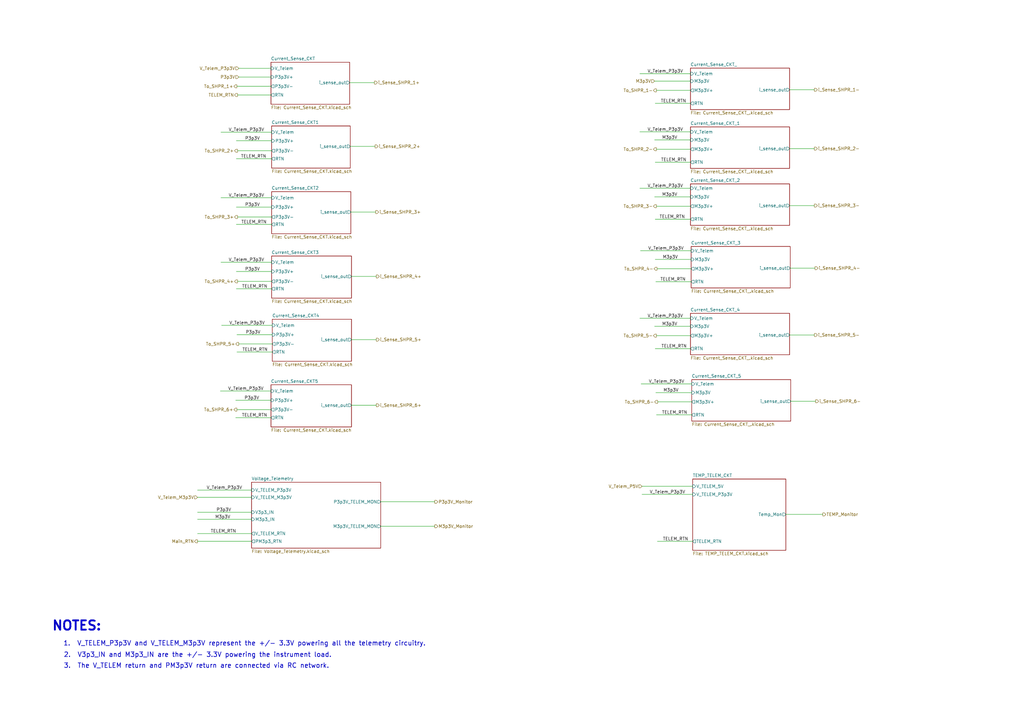
<source format=kicad_sch>
(kicad_sch
	(version 20250114)
	(generator "eeschema")
	(generator_version "9.0")
	(uuid "bac16a13-7de6-4cc8-9047-d117c2ba409a")
	(paper "A3")
	(lib_symbols)
	(text "3.  The V_TELEM return and PM3p3V return are connected via RC network."
		(exclude_from_sim no)
		(at 80.5783 273.1332 0)
		(effects
			(font
				(size 1.905 1.905)
				(thickness 0.254)
				(bold yes)
			)
		)
		(uuid "17f99e28-9a68-41d3-853a-978ddc4d16de")
	)
	(text "1.  V_TELEM_P3p3V and V_TELEM_M3p3V represent the +/- 3.3V powering all the telemetry circuitry."
		(exclude_from_sim no)
		(at 100.3061 263.9812 0)
		(effects
			(font
				(size 1.905 1.905)
				(thickness 0.254)
				(bold yes)
			)
		)
		(uuid "3225ddff-ffc2-46c5-a614-a5eac7ca3d97")
	)
	(text "NOTES:"
		(exclude_from_sim no)
		(at 31.4877 256.7739 0)
		(effects
			(font
				(size 3.81 3.81)
				(thickness 0.762)
				(bold yes)
			)
		)
		(uuid "663068c6-3c06-40b3-9da0-6f7167599ee6")
	)
	(text "2.  V3p3_IN and M3p3_IN are the +/- 3.3V powering the instrument load."
		(exclude_from_sim no)
		(at 81.0868 268.6589 0)
		(effects
			(font
				(size 1.905 1.905)
				(thickness 0.254)
				(bold yes)
			)
		)
		(uuid "f8865c00-2537-45ec-a01e-76e3a6ea5e61")
	)
	(wire
		(pts
			(xy 97.1732 167.9963) (xy 111.1432 167.9963)
		)
		(stroke
			(width 0)
			(type default)
		)
		(uuid "00542e7c-04c4-4d33-9968-d2fd7303f7a2")
	)
	(wire
		(pts
			(xy 268.7234 89.9043) (xy 283.2014 89.9043)
		)
		(stroke
			(width 0)
			(type default)
		)
		(uuid "06187cda-78b7-4d8e-aad8-28b230c6104b")
	)
	(wire
		(pts
			(xy 269.2314 137.6563) (xy 283.2014 137.6563)
		)
		(stroke
			(width 0)
			(type default)
		)
		(uuid "06d569ec-0c18-43d9-baa3-4adf56f94faf")
	)
	(wire
		(pts
			(xy 269.6101 222.0406) (xy 284.0881 222.0406)
		)
		(stroke
			(width 0)
			(type default)
		)
		(uuid "081bac28-9306-4245-bfa7-dd2e806ceaa2")
	)
	(wire
		(pts
			(xy 178.3246 205.8222) (xy 156.154 205.8222)
		)
		(stroke
			(width 0)
			(type default)
		)
		(uuid "0a554c2a-acc5-465b-bfb6-081e1324fca3")
	)
	(wire
		(pts
			(xy 262.6775 102.8583) (xy 283.4554 102.8583)
		)
		(stroke
			(width 0)
			(type default)
		)
		(uuid "0a61687c-5b53-4571-bee2-bdc9bedaddff")
	)
	(wire
		(pts
			(xy 103.1732 222.0248) (xy 81.0026 222.0248)
		)
		(stroke
			(width 0)
			(type default)
		)
		(uuid "0ecfca6d-bbb4-47dd-94ea-94d986318a28")
	)
	(wire
		(pts
			(xy 90.6193 107.5443) (xy 111.3972 107.5443)
		)
		(stroke
			(width 0)
			(type default)
		)
		(uuid "190cfbcd-837a-4049-900e-4ddab6f27b9b")
	)
	(wire
		(pts
			(xy 324.3494 164.5803) (xy 334.5094 164.5803)
		)
		(stroke
			(width 0)
			(type default)
		)
		(uuid "1f8d3ea6-41c9-4ac5-a856-40dd65195a0c")
	)
	(wire
		(pts
			(xy 111.6512 137.2623) (xy 97.1732 137.2623)
		)
		(stroke
			(width 0)
			(type default)
		)
		(uuid "233845f7-8c33-4fbf-a5f1-78cfc1e59551")
	)
	(wire
		(pts
			(xy 262.4235 77.2043) (xy 283.2014 77.2043)
		)
		(stroke
			(width 0)
			(type default)
		)
		(uuid "3096b2c4-92aa-4698-b2af-4ba2fb84734e")
	)
	(wire
		(pts
			(xy 111.3972 57.7603) (xy 96.9192 57.7603)
		)
		(stroke
			(width 0)
			(type default)
		)
		(uuid "33b040e7-25ef-4f77-a007-0d819f823cd9")
	)
	(wire
		(pts
			(xy 90.6193 54.2043) (xy 111.3972 54.2043)
		)
		(stroke
			(width 0)
			(type default)
		)
		(uuid "352c1d2f-5277-4cb5-8f7f-ff1c901de1ca")
	)
	(wire
		(pts
			(xy 143.6552 60.0463) (xy 153.8152 60.0463)
		)
		(stroke
			(width 0)
			(type default)
		)
		(uuid "3babcb96-bd92-4cc5-aca8-bc7b9e4dc099")
	)
	(wire
		(pts
			(xy 262.4235 54.0903) (xy 283.2014 54.0903)
		)
		(stroke
			(width 0)
			(type default)
		)
		(uuid "40a6c2a2-28df-4429-a9bf-e9624c6a37f2")
	)
	(wire
		(pts
			(xy 97.1732 35.4083) (xy 111.1432 35.4083)
		)
		(stroke
			(width 0)
			(type default)
		)
		(uuid "430b15a7-dc5b-45d3-87a4-3efc55c4710d")
	)
	(wire
		(pts
			(xy 268.7234 66.5363) (xy 283.2014 66.5363)
		)
		(stroke
			(width 0)
			(type default)
		)
		(uuid "43d4db35-d826-465f-8d22-31b7dea3b439")
	)
	(wire
		(pts
			(xy 268.7234 106.4143) (xy 283.4554 106.4143)
		)
		(stroke
			(width 0)
			(type default)
		)
		(uuid "4761354f-e373-460d-9d0e-a238439d5450")
	)
	(wire
		(pts
			(xy 111.3972 84.9383) (xy 96.9192 84.9383)
		)
		(stroke
			(width 0)
			(type default)
		)
		(uuid "492a9840-cd38-48c0-977f-e059de7ec675")
	)
	(wire
		(pts
			(xy 111.1432 164.1863) (xy 96.6652 164.1863)
		)
		(stroke
			(width 0)
			(type default)
		)
		(uuid "50d9ce7b-39bf-41b0-8d6c-0668ba68ee20")
	)
	(wire
		(pts
			(xy 269.4854 110.2243) (xy 283.4554 110.2243)
		)
		(stroke
			(width 0)
			(type default)
		)
		(uuid "531b1eab-df30-407c-bf43-2eb490708148")
	)
	(wire
		(pts
			(xy 103.1732 201.0089) (xy 81.0026 201.0089)
		)
		(stroke
			(width 0)
			(type default)
		)
		(uuid "5e3077fa-3c9d-4fa2-a8ea-4316d0eccc0d")
	)
	(wire
		(pts
			(xy 103.1732 218.8385) (xy 81.0026 218.8385)
		)
		(stroke
			(width 0)
			(type default)
		)
		(uuid "5e847e4c-5a10-4b0d-9735-16aafc1cbf34")
	)
	(wire
		(pts
			(xy 111.1432 31.5983) (xy 97.9352 31.5983)
		)
		(stroke
			(width 0)
			(type default)
		)
		(uuid "639c30cc-f4be-466c-93b1-0ea960477648")
	)
	(wire
		(pts
			(xy 322.326 210.9903) (xy 337.4775 210.9903)
		)
		(stroke
			(width 0)
			(type default)
		)
		(uuid "68dff28d-0f88-41f0-a1eb-638c890b50dc")
	)
	(wire
		(pts
			(xy 268.9774 115.5583) (xy 283.4554 115.5583)
		)
		(stroke
			(width 0)
			(type default)
		)
		(uuid "6b452e4e-4b8c-4a95-81d6-8ce08fbd221b")
	)
	(wire
		(pts
			(xy 96.9192 65.1263) (xy 111.3972 65.1263)
		)
		(stroke
			(width 0)
			(type default)
		)
		(uuid "6ef255f4-9378-4b80-bf0a-d5fa55beed5d")
	)
	(wire
		(pts
			(xy 111.3972 111.3543) (xy 96.9192 111.3543)
		)
		(stroke
			(width 0)
			(type default)
		)
		(uuid "6fa0d1ec-0743-4b71-963d-5d299eb25f06")
	)
	(wire
		(pts
			(xy 323.8414 84.3163) (xy 334.0014 84.3163)
		)
		(stroke
			(width 0)
			(type default)
		)
		(uuid "723c8d21-c3f3-4245-92c8-5fcbae57266c")
	)
	(wire
		(pts
			(xy 97.4272 89.0023) (xy 111.3972 89.0023)
		)
		(stroke
			(width 0)
			(type default)
		)
		(uuid "72f53278-e199-4768-b315-4641ac404e2b")
	)
	(wire
		(pts
			(xy 103.1732 203.9918) (xy 81.0026 203.9918)
		)
		(stroke
			(width 0)
			(type default)
		)
		(uuid "784163f8-6b40-4cbd-928d-d44f0cf3379b")
	)
	(wire
		(pts
			(xy 96.9192 92.0503) (xy 111.3972 92.0503)
		)
		(stroke
			(width 0)
			(type default)
		)
		(uuid "7efd9749-10c5-4a59-993e-3d5cec0635c4")
	)
	(wire
		(pts
			(xy 97.4272 115.4183) (xy 111.3972 115.4183)
		)
		(stroke
			(width 0)
			(type default)
		)
		(uuid "885a2ee8-9903-4da4-be5e-1f13d4dff276")
	)
	(wire
		(pts
			(xy 143.4012 33.8843) (xy 153.5612 33.8843)
		)
		(stroke
			(width 0)
			(type default)
		)
		(uuid "8a45c06f-64b9-47e7-9c29-3c1dd7fbc895")
	)
	(wire
		(pts
			(xy 97.1732 144.3743) (xy 111.6512 144.3743)
		)
		(stroke
			(width 0)
			(type default)
		)
		(uuid "8af540e9-f20b-41d4-9478-2b4bd703891a")
	)
	(wire
		(pts
			(xy 268.4694 133.8463) (xy 283.2014 133.8463)
		)
		(stroke
			(width 0)
			(type default)
		)
		(uuid "9097872f-df44-4980-bb1b-c416e668b823")
	)
	(wire
		(pts
			(xy 144.1632 166.2183) (xy 154.3232 166.2183)
		)
		(stroke
			(width 0)
			(type default)
		)
		(uuid "90df4baa-0c38-4830-9a5c-6a8ad92ace48")
	)
	(wire
		(pts
			(xy 96.9192 118.4663) (xy 111.3972 118.4663)
		)
		(stroke
			(width 0)
			(type default)
		)
		(uuid "9bb4a1a5-0a3a-4f36-89e8-406b2ecbda18")
	)
	(wire
		(pts
			(xy 97.4272 38.9643) (xy 111.1432 38.9643)
		)
		(stroke
			(width 0)
			(type default)
		)
		(uuid "9d3ccbb0-9c38-4c11-978f-8c150504324a")
	)
	(wire
		(pts
			(xy 269.2314 84.5703) (xy 283.2014 84.5703)
		)
		(stroke
			(width 0)
			(type default)
		)
		(uuid "9ee83e20-6b22-4a03-80a4-a3ae7854ab90")
	)
	(wire
		(pts
			(xy 268.9774 161.0243) (xy 283.7094 161.0243)
		)
		(stroke
			(width 0)
			(type default)
		)
		(uuid "a3a6da96-030f-4ae8-966c-95b269de7686")
	)
	(wire
		(pts
			(xy 269.2314 61.2023) (xy 283.2014 61.2023)
		)
		(stroke
			(width 0)
			(type default)
		)
		(uuid "a6fbfcdb-481a-4c4d-bbeb-9c4eaedf9c0b")
	)
	(wire
		(pts
			(xy 96.6652 171.2983) (xy 111.1432 171.2983)
		)
		(stroke
			(width 0)
			(type default)
		)
		(uuid "ab3e03c5-6ec7-4816-9359-78595ff88bf9")
	)
	(wire
		(pts
			(xy 97.9352 141.0723) (xy 111.6512 141.0723)
		)
		(stroke
			(width 0)
			(type default)
		)
		(uuid "ab89760a-04a1-41a9-92f1-b01eac7a17fe")
	)
	(wire
		(pts
			(xy 268.7234 142.9903) (xy 283.2014 142.9903)
		)
		(stroke
			(width 0)
			(type default)
		)
		(uuid "aec7c70b-5f55-49cb-975f-5470e6b76e76")
	)
	(wire
		(pts
			(xy 323.8414 36.8183) (xy 334.0014 36.8183)
		)
		(stroke
			(width 0)
			(type default)
		)
		(uuid "b2c3c7c5-ae5b-4175-8409-755dd0b5c5ff")
	)
	(wire
		(pts
			(xy 268.4694 80.7603) (xy 283.2014 80.7603)
		)
		(stroke
			(width 0)
			(type default)
		)
		(uuid "b32f4c6b-6eb8-462b-893c-4b7492063707")
	)
	(wire
		(pts
			(xy 262.9315 157.4683) (xy 283.7094 157.4683)
		)
		(stroke
			(width 0)
			(type default)
		)
		(uuid "b46335c9-729e-4440-a63e-d85283a4d154")
	)
	(wire
		(pts
			(xy 97.9352 28.0423) (xy 111.1432 28.0423)
		)
		(stroke
			(width 0)
			(type default)
		)
		(uuid "bc5cf1e5-e3b1-4a3e-88bb-532855b28358")
	)
	(wire
		(pts
			(xy 269.7394 164.8343) (xy 283.7094 164.8343)
		)
		(stroke
			(width 0)
			(type default)
		)
		(uuid "be80a007-b507-4184-bd38-f4fb12a23978")
	)
	(wire
		(pts
			(xy 263.3102 199.4655) (xy 284.0881 199.4655)
		)
		(stroke
			(width 0)
			(type default)
		)
		(uuid "c143e673-1b27-44cf-a901-991e53afce45")
	)
	(wire
		(pts
			(xy 268.4694 57.3923) (xy 283.2014 57.3923)
		)
		(stroke
			(width 0)
			(type default)
		)
		(uuid "c173baeb-2b57-4bfc-98b7-fa155d4c1e09")
	)
	(wire
		(pts
			(xy 269.2314 37.0723) (xy 283.2014 37.0723)
		)
		(stroke
			(width 0)
			(type default)
		)
		(uuid "c384e8c5-9a74-4455-8348-6136e7cf7201")
	)
	(wire
		(pts
			(xy 324.0954 109.9703) (xy 334.2554 109.9703)
		)
		(stroke
			(width 0)
			(type default)
		)
		(uuid "c8971ae4-16d5-4ff6-aa15-d49b96b77008")
	)
	(wire
		(pts
			(xy 90.8733 133.4523) (xy 111.6512 133.4523)
		)
		(stroke
			(width 0)
			(type default)
		)
		(uuid "c937d6a1-87c6-40a4-9220-facc37ee53d1")
	)
	(wire
		(pts
			(xy 103.1732 213.0083) (xy 81.0026 213.0083)
		)
		(stroke
			(width 0)
			(type default)
		)
		(uuid "ce3523ff-33be-48a7-8c00-310c5627918a")
	)
	(wire
		(pts
			(xy 269.2314 170.1683) (xy 283.7094 170.1683)
		)
		(stroke
			(width 0)
			(type default)
		)
		(uuid "d113cbee-a816-4294-87d0-fd4a1de51e56")
	)
	(wire
		(pts
			(xy 90.6193 81.1283) (xy 111.3972 81.1283)
		)
		(stroke
			(width 0)
			(type default)
		)
		(uuid "d55a2ae8-a580-40ea-87b2-650bd29d24f6")
	)
	(wire
		(pts
			(xy 178.3246 215.8556) (xy 156.154 215.8556)
		)
		(stroke
			(width 0)
			(type default)
		)
		(uuid "d926410a-adf1-42ea-b217-ffe024936dd4")
	)
	(wire
		(pts
			(xy 262.4235 30.2143) (xy 283.2014 30.2143)
		)
		(stroke
			(width 0)
			(type default)
		)
		(uuid "ddf1c287-450a-48be-8228-67af01a01b16")
	)
	(wire
		(pts
			(xy 263.3102 202.7874) (xy 284.0881 202.7874)
		)
		(stroke
			(width 0)
			(type default)
		)
		(uuid "dfabba3c-f987-4bb3-b4e1-0207a2b4c6b2")
	)
	(wire
		(pts
			(xy 323.8414 137.4023) (xy 334.0014 137.4023)
		)
		(stroke
			(width 0)
			(type default)
		)
		(uuid "e09de2e4-ea42-4bb7-8944-f9a9d037a6c0")
	)
	(wire
		(pts
			(xy 143.9092 86.9703) (xy 154.0692 86.9703)
		)
		(stroke
			(width 0)
			(type default)
		)
		(uuid "e620952b-739e-4f56-bbd7-178fa9056a36")
	)
	(wire
		(pts
			(xy 103.1732 210.0932) (xy 81.0026 210.0932)
		)
		(stroke
			(width 0)
			(type default)
		)
		(uuid "e891df10-b067-4948-bc23-60259ef06fbb")
	)
	(wire
		(pts
			(xy 323.8414 60.9483) (xy 334.0014 60.9483)
		)
		(stroke
			(width 0)
			(type default)
		)
		(uuid "e964b790-207c-4199-9bc1-71a9cb6bacc6")
	)
	(wire
		(pts
			(xy 262.4235 130.5443) (xy 283.2014 130.5443)
		)
		(stroke
			(width 0)
			(type default)
		)
		(uuid "ee670bfe-5fbf-4749-b122-349d500d6a48")
	)
	(wire
		(pts
			(xy 268.4694 33.2623) (xy 283.2014 33.2623)
		)
		(stroke
			(width 0)
			(type default)
		)
		(uuid "f0409f3d-41d4-4b36-ae15-8e90d8a7bbee")
	)
	(wire
		(pts
			(xy 97.4272 61.8243) (xy 111.3972 61.8243)
		)
		(stroke
			(width 0)
			(type default)
		)
		(uuid "f0a9292d-7246-4b77-9d1f-b80ec84e41bc")
	)
	(wire
		(pts
			(xy 144.1632 113.3863) (xy 154.3232 113.3863)
		)
		(stroke
			(width 0)
			(type default)
		)
		(uuid "f36aa82f-babd-421a-9cc8-b0fc9e5647a4")
	)
	(wire
		(pts
			(xy 90.3653 160.3763) (xy 111.1432 160.3763)
		)
		(stroke
			(width 0)
			(type default)
		)
		(uuid "f592f208-c263-495c-94dc-832286cf177e")
	)
	(wire
		(pts
			(xy 144.1632 139.2943) (xy 154.3232 139.2943)
		)
		(stroke
			(width 0)
			(type default)
		)
		(uuid "f759a6e0-1927-487d-8934-d46252ddb1c9")
	)
	(wire
		(pts
			(xy 268.7234 42.4063) (xy 283.2014 42.4063)
		)
		(stroke
			(width 0)
			(type default)
		)
		(uuid "fb66762b-fe96-45d8-8971-4bf660e42a44")
	)
	(label "M3p3V"
		(at 272.0254 161.0243 0)
		(effects
			(font
				(size 1.27 1.27)
			)
			(justify left bottom)
		)
		(uuid "0d38c7ed-999e-47d6-8985-a96b0d47be62")
	)
	(label "P3p3V"
		(at 88.7286 210.0932 0)
		(effects
			(font
				(size 1.27 1.27)
			)
			(justify left bottom)
		)
		(uuid "0db8a7e4-9c70-4acd-a881-55ad97d226b4")
	)
	(label "TELEM_RTN"
		(at 271.2249 142.9903 0)
		(effects
			(font
				(size 1.27 1.27)
			)
			(justify left bottom)
		)
		(uuid "163f2bac-c3e0-4042-977e-73cbdf6acd4c")
	)
	(label "M3p3V"
		(at 271.5174 80.7603 0)
		(effects
			(font
				(size 1.27 1.27)
			)
			(justify left bottom)
		)
		(uuid "1a02a06d-3602-4468-80dc-450c8afa3a0d")
	)
	(label "P3p3V"
		(at 100.4752 84.9383 0)
		(effects
			(font
				(size 1.27 1.27)
			)
			(justify left bottom)
		)
		(uuid "3a239d39-a5f7-4af3-a572-335bc20c16e7")
	)
	(label "V_Telem_P3p3V"
		(at 266.4287 202.7874 0)
		(effects
			(font
				(size 1.27 1.27)
			)
			(justify left bottom)
		)
		(uuid "3cb5b78b-dc01-4b03-a82f-28fddc57c2fd")
	)
	(label "V_Telem_P3p3V"
		(at 93.7378 81.1283 0)
		(effects
			(font
				(size 1.27 1.27)
			)
			(justify left bottom)
		)
		(uuid "3fe7f87b-5475-433f-a1e3-c1743858cfc8")
	)
	(label "P3p3V"
		(at 100.4752 57.7603 0)
		(effects
			(font
				(size 1.27 1.27)
			)
			(justify left bottom)
		)
		(uuid "5c66275e-8290-451a-b207-e43e344bc835")
	)
	(label "V_Telem_P3p3V"
		(at 93.9918 133.4523 0)
		(effects
			(font
				(size 1.27 1.27)
			)
			(justify left bottom)
		)
		(uuid "5eb08788-4469-4956-98a4-6ed2cc90a2d9")
	)
	(label "V_Telem_P3p3V"
		(at 84.7016 201.0089 0)
		(effects
			(font
				(size 1.27 1.27)
			)
			(justify left bottom)
		)
		(uuid "66b68ba3-d07b-449a-83cb-fe33748d05e6")
	)
	(label "TELEM_RTN"
		(at 98.9118 92.0503 0)
		(effects
			(font
				(size 1.27 1.27)
			)
			(justify left bottom)
		)
		(uuid "699ba8c5-5ef8-4f43-a471-6bba52f96728")
	)
	(label "M3p3V"
		(at 271.5174 57.3923 0)
		(effects
			(font
				(size 1.27 1.27)
			)
			(justify left bottom)
		)
		(uuid "6a133410-cfcc-43f9-bd63-f9a1818057dc")
	)
	(label "M3p3V"
		(at 271.5174 133.8463 0)
		(effects
			(font
				(size 1.27 1.27)
			)
			(justify left bottom)
		)
		(uuid "6d70650b-e8c7-43cb-a3d3-0825d1095d71")
	)
	(label "TELEM_RTN"
		(at 86.3706 218.8385 0)
		(effects
			(font
				(size 1.27 1.27)
			)
			(justify left bottom)
		)
		(uuid "6ded1c6c-d59a-4144-955a-c649a206547a")
	)
	(label "TELEM_RTN"
		(at 271.4283 170.1683 0)
		(effects
			(font
				(size 1.27 1.27)
			)
			(justify left bottom)
		)
		(uuid "71f5c9d1-cda2-4a51-b661-7f5c0d0c26e5")
	)
	(label "V_Telem_P3p3V"
		(at 93.4838 160.3763 0)
		(effects
			(font
				(size 1.27 1.27)
			)
			(justify left bottom)
		)
		(uuid "72732b59-515b-41b6-a438-847d6ae54d98")
	)
	(label "V_Telem_P3p3V"
		(at 265.542 130.5443 0)
		(effects
			(font
				(size 1.27 1.27)
			)
			(justify left bottom)
		)
		(uuid "748c4929-5b0e-4683-853a-732f727d9c33")
	)
	(label "P3p3V"
		(at 100.2212 164.1863 0)
		(effects
			(font
				(size 1.27 1.27)
			)
			(justify left bottom)
		)
		(uuid "78befe22-49e6-4917-a297-6a2156e03aa4")
	)
	(label "TELEM_RTN"
		(at 98.7593 65.1263 0)
		(effects
			(font
				(size 1.27 1.27)
			)
			(justify left bottom)
		)
		(uuid "82cb3023-5e7b-401e-a342-ad156fe28e76")
	)
	(label "TELEM_RTN"
		(at 99.2169 118.4663 0)
		(effects
			(font
				(size 1.27 1.27)
			)
			(justify left bottom)
		)
		(uuid "86682fc7-5cdc-4da4-a36d-b7664300c98f")
	)
	(label "TELEM_RTN"
		(at 271.0724 66.5363 0)
		(effects
			(font
				(size 1.27 1.27)
			)
			(justify left bottom)
		)
		(uuid "8f490d94-68de-4508-b17d-d1cca46dfdc7")
	)
	(label "V_Telem_P3p3V"
		(at 93.7378 54.2043 0)
		(effects
			(font
				(size 1.27 1.27)
			)
			(justify left bottom)
		)
		(uuid "9ffb9976-aaba-433d-932a-563ca5e9f63d")
	)
	(label "P3p3V"
		(at 100.7292 137.2623 0)
		(effects
			(font
				(size 1.27 1.27)
			)
			(justify left bottom)
		)
		(uuid "a924e4c4-6a2a-42bc-b70b-979caa2d9c7f")
	)
	(label "TELEM_RTN"
		(at 271.807 222.0406 0)
		(effects
			(font
				(size 1.27 1.27)
			)
			(justify left bottom)
		)
		(uuid "b25956b5-646a-4f93-805e-79a91a66ff54")
	)
	(label "TELEM_RTN"
		(at 99.344 144.3743 0)
		(effects
			(font
				(size 1.27 1.27)
			)
			(justify left bottom)
		)
		(uuid "b783f3bd-7c98-4ad7-85b6-e400bea11e97")
	)
	(label "V_Telem_P3p3V"
		(at 93.7378 107.5443 0)
		(effects
			(font
				(size 1.27 1.27)
			)
			(justify left bottom)
		)
		(uuid "b81025cf-96d0-4d4a-b4ba-51914962f437")
	)
	(label "V_Telem_P3p3V"
		(at 266.05 157.4683 0)
		(effects
			(font
				(size 1.27 1.27)
			)
			(justify left bottom)
		)
		(uuid "bbaad86c-a0a9-4f5e-bd59-151a5f803d79")
	)
	(label "TELEM_RTN"
		(at 270.7673 115.5583 0)
		(effects
			(font
				(size 1.27 1.27)
			)
			(justify left bottom)
		)
		(uuid "bea4c8ce-1205-4e6c-bc90-4ee0d48490ce")
	)
	(label "TELEM_RTN"
		(at 99.1406 171.2983 0)
		(effects
			(font
				(size 1.27 1.27)
			)
			(justify left bottom)
		)
		(uuid "c8c3405c-32fb-4a8e-b8ea-b67237225d17")
	)
	(label "P3p3V"
		(at 100.4752 111.3543 0)
		(effects
			(font
				(size 1.27 1.27)
			)
			(justify left bottom)
		)
		(uuid "caf3b73c-4b17-4a3d-a04e-4624517ed7b1")
	)
	(label "M3p3V"
		(at 88.201 213.0083 0)
		(effects
			(font
				(size 1.27 1.27)
			)
			(justify left bottom)
		)
		(uuid "d0804478-c12e-408f-901b-f3ce0eee48e7")
	)
	(label "M3p3V"
		(at 271.7714 106.4143 0)
		(effects
			(font
				(size 1.27 1.27)
			)
			(justify left bottom)
		)
		(uuid "d453a94e-4426-4333-b4eb-ba4ba734ac3a")
	)
	(label "V_Telem_P3p3V"
		(at 265.796 102.8583 0)
		(effects
			(font
				(size 1.27 1.27)
			)
			(justify left bottom)
		)
		(uuid "dedcd3d3-b6a4-4833-bef0-8f5bcbb217f0")
	)
	(label "TELEM_RTN"
		(at 270.4623 89.9043 0)
		(effects
			(font
				(size 1.27 1.27)
			)
			(justify left bottom)
		)
		(uuid "e428dcda-284d-4b4a-a696-137df39b6315")
	)
	(label "V_Telem_P3p3V"
		(at 265.542 30.2143 0)
		(effects
			(font
				(size 1.27 1.27)
			)
			(justify left bottom)
		)
		(uuid "ebfc1388-b973-4d4e-b050-b3cf4321c00f")
	)
	(label "TELEM_RTN"
		(at 270.958 42.4063 0)
		(effects
			(font
				(size 1.27 1.27)
			)
			(justify left bottom)
		)
		(uuid "ede27d1b-c13d-4563-9aba-d8bc3eff4b1b")
	)
	(label "V_Telem_P3p3V"
		(at 265.542 54.0903 0)
		(effects
			(font
				(size 1.27 1.27)
			)
			(justify left bottom)
		)
		(uuid "fce4303f-3ebc-4266-9ea6-a7fa5b416169")
	)
	(label "V_Telem_P3p3V"
		(at 265.542 77.2043 0)
		(effects
			(font
				(size 1.27 1.27)
			)
			(justify left bottom)
		)
		(uuid "fe23f119-f536-4a5a-a7d8-9fa82dc8f45a")
	)
	(hierarchical_label "i_Sense_SHPR_4-"
		(shape output)
		(at 334.2554 109.9703 0)
		(effects
			(font
				(size 1.27 1.27)
			)
			(justify left)
		)
		(uuid "1237abee-3ffd-410b-b713-097b3eff1690")
	)
	(hierarchical_label "To_SHPR_6-"
		(shape output)
		(at 269.7394 164.8343 180)
		(effects
			(font
				(size 1.27 1.27)
			)
			(justify right)
		)
		(uuid "133fed24-7e8c-4083-aa08-4ef67890bd6c")
	)
	(hierarchical_label "To_SHPR_5+"
		(shape output)
		(at 97.9352 141.0723 180)
		(effects
			(font
				(size 1.27 1.27)
			)
			(justify right)
		)
		(uuid "2feeb095-f593-481c-90e0-9337cff1d15e")
	)
	(hierarchical_label "i_Sense_SHPR_1-"
		(shape output)
		(at 334.0014 36.8183 0)
		(effects
			(font
				(size 1.27 1.27)
			)
			(justify left)
		)
		(uuid "30f1d0a7-eb26-4de4-9e65-c2147a8a40c1")
	)
	(hierarchical_label "To_SHPR_2+"
		(shape output)
		(at 97.4272 61.8243 180)
		(effects
			(font
				(size 1.27 1.27)
			)
			(justify right)
		)
		(uuid "32b37c9a-57e1-4831-a175-b463bbb02242")
	)
	(hierarchical_label "To_SHPR_6+"
		(shape output)
		(at 97.1732 167.9963 180)
		(effects
			(font
				(size 1.27 1.27)
			)
			(justify right)
		)
		(uuid "3c43364b-d748-4678-8dbb-8955f3d4cd2c")
	)
	(hierarchical_label "TEMP_Monitor"
		(shape output)
		(at 337.4775 210.9903 0)
		(effects
			(font
				(size 1.27 1.27)
				(thickness 0.1588)
			)
			(justify left)
		)
		(uuid "403423bd-7fde-4655-9d05-80266f896715")
	)
	(hierarchical_label "To_SHPR_1-"
		(shape output)
		(at 269.2314 37.0723 180)
		(effects
			(font
				(size 1.27 1.27)
			)
			(justify right)
		)
		(uuid "44bced65-25e1-4793-ac4b-3942b7739dd2")
	)
	(hierarchical_label "M3p3V"
		(shape input)
		(at 268.4694 33.2623 180)
		(effects
			(font
				(size 1.27 1.27)
			)
			(justify right)
		)
		(uuid "47737cad-b68d-467d-8867-76bc0e6f86c7")
	)
	(hierarchical_label "To_SHPR_2-"
		(shape output)
		(at 269.2314 61.2023 180)
		(effects
			(font
				(size 1.27 1.27)
			)
			(justify right)
		)
		(uuid "51f7f0fc-8152-41f3-8d1f-e40435366d1f")
	)
	(hierarchical_label "i_Sense_SHPR_2+"
		(shape output)
		(at 153.8152 60.0463 0)
		(effects
			(font
				(size 1.27 1.27)
			)
			(justify left)
		)
		(uuid "588b7655-0adc-45b2-93f8-b105c3bec696")
	)
	(hierarchical_label "To_SHPR_5-"
		(shape output)
		(at 269.2314 137.6563 180)
		(effects
			(font
				(size 1.27 1.27)
			)
			(justify right)
		)
		(uuid "5ea3892d-3ac9-4a3f-aa89-ae4c646b6cd9")
	)
	(hierarchical_label "P3p3V"
		(shape input)
		(at 97.9352 31.5983 180)
		(effects
			(font
				(size 1.27 1.27)
			)
			(justify right)
		)
		(uuid "6ab2b09c-4155-4ed3-aa1a-1aa1d3914830")
	)
	(hierarchical_label "V_Telem_P3p3V"
		(shape input)
		(at 97.9352 28.0423 180)
		(effects
			(font
				(size 1.27 1.27)
			)
			(justify right)
		)
		(uuid "6fb2d489-8fa7-460e-8236-9ff87465e1f9")
	)
	(hierarchical_label "Main_RTN"
		(shape output)
		(at 81.0026 222.0248 180)
		(effects
			(font
				(size 1.27 1.27)
				(thickness 0.1588)
			)
			(justify right)
		)
		(uuid "7a7b1b76-e696-424d-8190-a7f18d34adf4")
	)
	(hierarchical_label "To_SHPR_4-"
		(shape output)
		(at 269.4854 110.2243 180)
		(effects
			(font
				(size 1.27 1.27)
			)
			(justify right)
		)
		(uuid "7fa79f1b-f7a2-40e0-85d5-f595f6a2c35c")
	)
	(hierarchical_label "i_Sense_SHPR_6+"
		(shape output)
		(at 154.3232 166.2183 0)
		(effects
			(font
				(size 1.27 1.27)
			)
			(justify left)
		)
		(uuid "8ca1f368-2085-4cb9-8898-71133d7937e9")
	)
	(hierarchical_label "i_Sense_SHPR_5-"
		(shape output)
		(at 334.0014 137.4023 0)
		(effects
			(font
				(size 1.27 1.27)
			)
			(justify left)
		)
		(uuid "91f50a7e-c3aa-4401-b5ba-3b8eb77f17d2")
	)
	(hierarchical_label "TELEM_RTN"
		(shape output)
		(at 97.4272 38.9643 180)
		(effects
			(font
				(size 1.27 1.27)
			)
			(justify right)
		)
		(uuid "9329659d-ff95-4946-9d23-c9c1e9b8a8ff")
	)
	(hierarchical_label "To_SHPR_3-"
		(shape output)
		(at 269.2314 84.5703 180)
		(effects
			(font
				(size 1.27 1.27)
			)
			(justify right)
		)
		(uuid "9a49d95a-67dd-4962-8139-f0aecc7e52a9")
	)
	(hierarchical_label "V_Telem_P5V"
		(shape input)
		(at 263.3102 199.4655 180)
		(effects
			(font
				(size 1.27 1.27)
			)
			(justify right)
		)
		(uuid "a28e2327-a8d3-429a-9b5a-d7219596d9d7")
	)
	(hierarchical_label "i_Sense_SHPR_5+"
		(shape output)
		(at 154.3232 139.2943 0)
		(effects
			(font
				(size 1.27 1.27)
			)
			(justify left)
		)
		(uuid "a6c442d5-469a-4eec-9ab7-ad573efcfa8f")
	)
	(hierarchical_label "i_Sense_SHPR_2-"
		(shape output)
		(at 334.0014 60.9483 0)
		(effects
			(font
				(size 1.27 1.27)
			)
			(justify left)
		)
		(uuid "a7707b3d-cdc0-46b0-adea-95f514c60022")
	)
	(hierarchical_label "i_Sense_SHPR_3-"
		(shape output)
		(at 334.0014 84.3163 0)
		(effects
			(font
				(size 1.27 1.27)
			)
			(justify left)
		)
		(uuid "aa063b50-6149-4b22-9a06-3fe22804d74b")
	)
	(hierarchical_label "M3p3V_Monitor"
		(shape output)
		(at 178.3246 215.8556 0)
		(effects
			(font
				(size 1.27 1.27)
				(thickness 0.1588)
			)
			(justify left)
		)
		(uuid "bb0d5d57-2417-4a1b-9577-b89050688ff5")
	)
	(hierarchical_label "i_Sense_SHPR_3+"
		(shape output)
		(at 154.0692 86.9703 0)
		(effects
			(font
				(size 1.27 1.27)
			)
			(justify left)
		)
		(uuid "c0eaf984-0fa4-4044-856a-5382288daa24")
	)
	(hierarchical_label "i_Sense_SHPR_6-"
		(shape output)
		(at 334.5094 164.5803 0)
		(effects
			(font
				(size 1.27 1.27)
			)
			(justify left)
		)
		(uuid "ca145ff3-d770-41c6-9d38-dbdb09481120")
	)
	(hierarchical_label "i_Sense_SHPR_4+"
		(shape output)
		(at 154.3232 113.3863 0)
		(effects
			(font
				(size 1.27 1.27)
			)
			(justify left)
		)
		(uuid "d8e91a40-5a39-4b99-b1cd-52b514196ec4")
	)
	(hierarchical_label "To_SHPR_4+"
		(shape output)
		(at 97.4272 115.4183 180)
		(effects
			(font
				(size 1.27 1.27)
			)
			(justify right)
		)
		(uuid "ddffbe08-3d67-442e-9c14-dd1c8c5a7544")
	)
	(hierarchical_label "To_SHPR_3+"
		(shape output)
		(at 97.4272 89.0023 180)
		(effects
			(font
				(size 1.27 1.27)
			)
			(justify right)
		)
		(uuid "e441bde1-5f2a-497b-bcaf-671c4bddefc0")
	)
	(hierarchical_label "i_Sense_SHPR_1+"
		(shape output)
		(at 153.5612 33.8843 0)
		(effects
			(font
				(size 1.27 1.27)
			)
			(justify left)
		)
		(uuid "f22a867e-b95c-4cbd-afb4-88324165d771")
	)
	(hierarchical_label "V_Telem_M3p3V"
		(shape input)
		(at 81.0026 203.9918 180)
		(effects
			(font
				(size 1.27 1.27)
			)
			(justify right)
		)
		(uuid "f248cf2a-156e-4146-9c6d-2a707619b014")
	)
	(hierarchical_label "P3p3V_Monitor"
		(shape output)
		(at 178.3246 205.8222 0)
		(effects
			(font
				(size 1.27 1.27)
				(thickness 0.1588)
			)
			(justify left)
		)
		(uuid "f4f67ed9-5f90-4501-afb3-c1dc1dbe9cd4")
	)
	(hierarchical_label "To_SHPR_1+"
		(shape output)
		(at 97.1732 35.4083 180)
		(effects
			(font
				(size 1.27 1.27)
			)
			(justify right)
		)
		(uuid "fa3dc60b-4564-4a8e-ac35-1a24eaf2b926")
	)
	(sheet
		(at 111.3972 51.6643)
		(size 32.258 17.272)
		(exclude_from_sim no)
		(in_bom yes)
		(on_board yes)
		(dnp no)
		(fields_autoplaced yes)
		(stroke
			(width 0.1524)
			(type solid)
		)
		(fill
			(color 0 0 0 0.0000)
		)
		(uuid "01ff1e82-dd3a-4e42-b6aa-37de235d2188")
		(property "Sheetname" "Current_Sense_CKT1"
			(at 111.3972 50.9527 0)
			(effects
				(font
					(size 1.27 1.27)
				)
				(justify left bottom)
			)
		)
		(property "Sheetfile" "Current_Sense_CKT.kicad_sch"
			(at 111.3972 69.5209 0)
			(effects
				(font
					(size 1.27 1.27)
				)
				(justify left top)
			)
		)
		(pin "RTN" output
			(at 111.3972 65.1263 180)
			(uuid "c932f25c-a237-40b2-b5d4-14e3b2bf8bdd")
			(effects
				(font
					(size 1.27 1.27)
				)
				(justify left)
			)
		)
		(pin "P3p3V-" output
			(at 111.3972 61.8243 180)
			(uuid "bc8a97a2-9402-480f-9157-b3f380d17ee2")
			(effects
				(font
					(size 1.27 1.27)
				)
				(justify left)
			)
		)
		(pin "i_sense_out" output
			(at 143.6552 60.0463 0)
			(uuid "9336c02a-1a71-4cc0-94b0-98ed5e3249ae")
			(effects
				(font
					(size 1.27 1.27)
				)
				(justify right)
			)
		)
		(pin "V_Telem" input
			(at 111.3972 54.2043 180)
			(uuid "ec44ad96-f0b1-4cd8-b92e-1322e8b5480a")
			(effects
				(font
					(size 1.27 1.27)
				)
				(justify left)
			)
		)
		(pin "P3p3V+" input
			(at 111.3972 57.7603 180)
			(uuid "d0285b05-dc48-406a-b49c-99ca26ee23d2")
			(effects
				(font
					(size 1.27 1.27)
				)
				(justify left)
			)
		)
		(instances
			(project "WARM_TPC_Shaper"
				(path "/38bcebbd-10a1-47e0-b943-f959cfcb45e4/95c5cc52-e408-4e51-99e2-5e344727e9d8"
					(page "8")
				)
			)
		)
	)
	(sheet
		(at 283.2014 52.0583)
		(size 40.64 17.018)
		(exclude_from_sim no)
		(in_bom yes)
		(on_board yes)
		(dnp no)
		(fields_autoplaced yes)
		(stroke
			(width 0.1524)
			(type solid)
		)
		(fill
			(color 0 0 0 0.0000)
		)
		(uuid "1fab9fc4-3708-47fc-b7b9-5f4e3ac3047f")
		(property "Sheetname" "Current_Sense_CKT_1"
			(at 283.2014 51.3467 0)
			(effects
				(font
					(size 1.27 1.27)
				)
				(justify left bottom)
			)
		)
		(property "Sheetfile" "Current_Sense_CKT_.kicad_sch"
			(at 283.2014 69.6609 0)
			(effects
				(font
					(size 1.27 1.27)
				)
				(justify left top)
			)
		)
		(pin "RTN" output
			(at 283.2014 66.5363 180)
			(uuid "89a2fdba-d8a8-4300-b0d4-6445fd8dd742")
			(effects
				(font
					(size 1.27 1.27)
				)
				(justify left)
			)
		)
		(pin "M3p3V" input
			(at 283.2014 57.3923 180)
			(uuid "45c1c8d5-96d7-4d0f-a5fe-504b2133e126")
			(effects
				(font
					(size 1.27 1.27)
				)
				(justify left)
			)
		)
		(pin "M3p3V+" output
			(at 283.2014 61.2023 180)
			(uuid "87442714-97c1-4ea7-8e1c-f63d2804575a")
			(effects
				(font
					(size 1.27 1.27)
				)
				(justify left)
			)
		)
		(pin "i_sense_out" output
			(at 323.8414 60.9483 0)
			(uuid "0ed3ef5d-a202-4918-9f20-3c111f203e9d")
			(effects
				(font
					(size 1.27 1.27)
				)
				(justify right)
			)
		)
		(pin "V_Telem" input
			(at 283.2014 54.0903 180)
			(uuid "679b3f19-adeb-4f1e-afbd-409481f83a1c")
			(effects
				(font
					(size 1.27 1.27)
				)
				(justify left)
			)
		)
		(instances
			(project "WARM_TPC_Shaper"
				(path "/38bcebbd-10a1-47e0-b943-f959cfcb45e4/95c5cc52-e408-4e51-99e2-5e344727e9d8"
					(page "14")
				)
			)
		)
	)
	(sheet
		(at 111.6512 130.9123)
		(size 32.512 17.272)
		(exclude_from_sim no)
		(in_bom yes)
		(on_board yes)
		(dnp no)
		(fields_autoplaced yes)
		(stroke
			(width 0.1524)
			(type solid)
		)
		(fill
			(color 0 0 0 0.0000)
		)
		(uuid "38b3dd91-3e22-4c9a-8051-2445ef2382ff")
		(property "Sheetname" "Current_Sense_CKT4"
			(at 111.6512 130.2007 0)
			(effects
				(font
					(size 1.27 1.27)
				)
				(justify left bottom)
			)
		)
		(property "Sheetfile" "Current_Sense_CKT.kicad_sch"
			(at 111.6512 148.7689 0)
			(effects
				(font
					(size 1.27 1.27)
				)
				(justify left top)
			)
		)
		(pin "RTN" output
			(at 111.6512 144.3743 180)
			(uuid "fc3d5b52-7189-4064-9f68-7cf2e166bd1c")
			(effects
				(font
					(size 1.27 1.27)
				)
				(justify left)
			)
		)
		(pin "P3p3V-" output
			(at 111.6512 141.0723 180)
			(uuid "da723471-89ba-42b0-b3d4-bc8d825f2d25")
			(effects
				(font
					(size 1.27 1.27)
				)
				(justify left)
			)
		)
		(pin "i_sense_out" output
			(at 144.1632 139.2943 0)
			(uuid "2d0a196e-ea6e-4568-a33d-3bb86165dcc5")
			(effects
				(font
					(size 1.27 1.27)
				)
				(justify right)
			)
		)
		(pin "V_Telem" input
			(at 111.6512 133.4523 180)
			(uuid "c909032e-37d9-4d9a-b2a2-528202c30505")
			(effects
				(font
					(size 1.27 1.27)
				)
				(justify left)
			)
		)
		(pin "P3p3V+" input
			(at 111.6512 137.2623 180)
			(uuid "a85746c7-1ffa-4edf-b570-158f29138ff8")
			(effects
				(font
					(size 1.27 1.27)
				)
				(justify left)
			)
		)
		(instances
			(project "WARM_TPC_Shaper"
				(path "/38bcebbd-10a1-47e0-b943-f959cfcb45e4/95c5cc52-e408-4e51-99e2-5e344727e9d8"
					(page "11")
				)
			)
		)
	)
	(sheet
		(at 283.4554 101.0803)
		(size 40.64 17.018)
		(exclude_from_sim no)
		(in_bom yes)
		(on_board yes)
		(dnp no)
		(fields_autoplaced yes)
		(stroke
			(width 0.1524)
			(type solid)
		)
		(fill
			(color 0 0 0 0.0000)
		)
		(uuid "3b2ea420-14d2-41df-a984-a3dbc58c7c00")
		(property "Sheetname" "Current_Sense_CKT_3"
			(at 283.4554 100.3687 0)
			(effects
				(font
					(size 1.27 1.27)
				)
				(justify left bottom)
			)
		)
		(property "Sheetfile" "Current_Sense_CKT_.kicad_sch"
			(at 283.4554 118.6829 0)
			(effects
				(font
					(size 1.27 1.27)
				)
				(justify left top)
			)
		)
		(pin "RTN" output
			(at 283.4554 115.5583 180)
			(uuid "cfadcce4-66c7-4ac6-9619-458e3c5a1426")
			(effects
				(font
					(size 1.27 1.27)
				)
				(justify left)
			)
		)
		(pin "M3p3V" input
			(at 283.4554 106.4143 180)
			(uuid "5acb9cb9-beee-4b72-ba17-89ed57b2df1f")
			(effects
				(font
					(size 1.27 1.27)
				)
				(justify left)
			)
		)
		(pin "M3p3V+" output
			(at 283.4554 110.2243 180)
			(uuid "695635fb-aaff-4801-b2e4-94a9b44a816c")
			(effects
				(font
					(size 1.27 1.27)
				)
				(justify left)
			)
		)
		(pin "i_sense_out" output
			(at 324.0954 109.9703 0)
			(uuid "6e0cc765-d588-47db-bead-7d1825942875")
			(effects
				(font
					(size 1.27 1.27)
				)
				(justify right)
			)
		)
		(pin "V_Telem" input
			(at 283.4554 102.8583 180)
			(uuid "7ef3e67e-d36c-4c33-b42a-8c13bf2590eb")
			(effects
				(font
					(size 1.27 1.27)
				)
				(justify left)
			)
		)
		(instances
			(project "WARM_TPC_Shaper"
				(path "/38bcebbd-10a1-47e0-b943-f959cfcb45e4/95c5cc52-e408-4e51-99e2-5e344727e9d8"
					(page "16")
				)
			)
		)
	)
	(sheet
		(at 111.1432 157.8363)
		(size 33.02 17.272)
		(exclude_from_sim no)
		(in_bom yes)
		(on_board yes)
		(dnp no)
		(fields_autoplaced yes)
		(stroke
			(width 0.1524)
			(type solid)
		)
		(fill
			(color 0 0 0 0.0000)
		)
		(uuid "3c38a48a-4797-4102-b4ff-6ced75c4b329")
		(property "Sheetname" "Current_Sense_CKT5"
			(at 111.1432 157.1247 0)
			(effects
				(font
					(size 1.27 1.27)
				)
				(justify left bottom)
			)
		)
		(property "Sheetfile" "Current_Sense_CKT.kicad_sch"
			(at 111.1432 175.6929 0)
			(effects
				(font
					(size 1.27 1.27)
				)
				(justify left top)
			)
		)
		(pin "RTN" output
			(at 111.1432 171.2983 180)
			(uuid "dc71e3f6-d849-42f5-a0af-bfd08d848d3d")
			(effects
				(font
					(size 1.27 1.27)
				)
				(justify left)
			)
		)
		(pin "P3p3V-" output
			(at 111.1432 167.9963 180)
			(uuid "5da3f041-82d3-4e1c-9034-c4f16f50cfbb")
			(effects
				(font
					(size 1.27 1.27)
				)
				(justify left)
			)
		)
		(pin "i_sense_out" output
			(at 144.1632 166.2183 0)
			(uuid "8b11942c-7b46-479d-96a5-6dbda4cb3c96")
			(effects
				(font
					(size 1.27 1.27)
				)
				(justify right)
			)
		)
		(pin "V_Telem" input
			(at 111.1432 160.3763 180)
			(uuid "a811adc7-8f49-431c-abfb-435f3182540f")
			(effects
				(font
					(size 1.27 1.27)
				)
				(justify left)
			)
		)
		(pin "P3p3V+" input
			(at 111.1432 164.1863 180)
			(uuid "47ec3bf9-fd21-4712-93fd-32e69c360414")
			(effects
				(font
					(size 1.27 1.27)
				)
				(justify left)
			)
		)
		(instances
			(project "WARM_TPC_Shaper"
				(path "/38bcebbd-10a1-47e0-b943-f959cfcb45e4/95c5cc52-e408-4e51-99e2-5e344727e9d8"
					(page "12")
				)
			)
		)
	)
	(sheet
		(at 111.1432 25.5023)
		(size 32.258 17.272)
		(exclude_from_sim no)
		(in_bom yes)
		(on_board yes)
		(dnp no)
		(fields_autoplaced yes)
		(stroke
			(width 0.1524)
			(type solid)
		)
		(fill
			(color 0 0 0 0.0000)
		)
		(uuid "567e64e6-16dd-4f39-aa8e-9b96a8c5fd87")
		(property "Sheetname" "Current_Sense_CKT"
			(at 111.1432 24.7907 0)
			(effects
				(font
					(size 1.27 1.27)
				)
				(justify left bottom)
			)
		)
		(property "Sheetfile" "Current_Sense_CKT.kicad_sch"
			(at 111.1432 43.3589 0)
			(effects
				(font
					(size 1.27 1.27)
				)
				(justify left top)
			)
		)
		(pin "RTN" output
			(at 111.1432 38.9643 180)
			(uuid "1615ce33-d715-4c78-b453-280a59b5e8db")
			(effects
				(font
					(size 1.27 1.27)
				)
				(justify left)
			)
		)
		(pin "P3p3V-" output
			(at 111.1432 35.4083 180)
			(uuid "bb6e9251-94e8-41d9-bea7-98cd3a42ddb0")
			(effects
				(font
					(size 1.27 1.27)
				)
				(justify left)
			)
		)
		(pin "i_sense_out" output
			(at 143.4012 33.8843 0)
			(uuid "6057c2eb-8cc7-416a-b765-d0ed3ffaa12a")
			(effects
				(font
					(size 1.27 1.27)
				)
				(justify right)
			)
		)
		(pin "V_Telem" input
			(at 111.1432 28.0423 180)
			(uuid "fc56e188-3ab4-417f-b415-641bad1adc1d")
			(effects
				(font
					(size 1.27 1.27)
				)
				(justify left)
			)
		)
		(pin "P3p3V+" input
			(at 111.1432 31.5983 180)
			(uuid "e95f9e20-0ab9-4dd8-a0ba-c711b738427c")
			(effects
				(font
					(size 1.27 1.27)
				)
				(justify left)
			)
		)
		(instances
			(project "WARM_TPC_Shaper"
				(path "/38bcebbd-10a1-47e0-b943-f959cfcb45e4/95c5cc52-e408-4e51-99e2-5e344727e9d8"
					(page "7")
				)
			)
		)
	)
	(sheet
		(at 283.2014 27.9283)
		(size 40.64 17.018)
		(exclude_from_sim no)
		(in_bom yes)
		(on_board yes)
		(dnp no)
		(fields_autoplaced yes)
		(stroke
			(width 0.1524)
			(type solid)
		)
		(fill
			(color 0 0 0 0.0000)
		)
		(uuid "60a77207-ee70-4725-938f-4ff7a651618a")
		(property "Sheetname" "Current_Sense_CKT_"
			(at 283.2014 27.2167 0)
			(effects
				(font
					(size 1.27 1.27)
				)
				(justify left bottom)
			)
		)
		(property "Sheetfile" "Current_Sense_CKT_.kicad_sch"
			(at 283.2014 45.5309 0)
			(effects
				(font
					(size 1.27 1.27)
				)
				(justify left top)
			)
		)
		(pin "RTN" output
			(at 283.2014 42.4063 180)
			(uuid "84fc8707-9b90-48eb-86c5-85adcd70fe61")
			(effects
				(font
					(size 1.27 1.27)
				)
				(justify left)
			)
		)
		(pin "M3p3V" input
			(at 283.2014 33.2623 180)
			(uuid "11ac78c2-32ee-4c8f-889d-82d43444e7e0")
			(effects
				(font
					(size 1.27 1.27)
				)
				(justify left)
			)
		)
		(pin "M3p3V+" output
			(at 283.2014 37.0723 180)
			(uuid "a9af7bbe-db13-40d1-978c-6c4a98e4fd12")
			(effects
				(font
					(size 1.27 1.27)
				)
				(justify left)
			)
		)
		(pin "i_sense_out" output
			(at 323.8414 36.8183 0)
			(uuid "dd3cb9fe-cb13-4762-94d9-8c656a40008c")
			(effects
				(font
					(size 1.27 1.27)
				)
				(justify right)
			)
		)
		(pin "V_Telem" input
			(at 283.2014 30.2143 180)
			(uuid "83d64e07-9ea9-4807-912a-aa357189714c")
			(effects
				(font
					(size 1.27 1.27)
				)
				(justify left)
			)
		)
		(instances
			(project "WARM_TPC_Shaper"
				(path "/38bcebbd-10a1-47e0-b943-f959cfcb45e4/95c5cc52-e408-4e51-99e2-5e344727e9d8"
					(page "13")
				)
			)
		)
	)
	(sheet
		(at 283.7094 155.6903)
		(size 40.64 17.018)
		(exclude_from_sim no)
		(in_bom yes)
		(on_board yes)
		(dnp no)
		(fields_autoplaced yes)
		(stroke
			(width 0.1524)
			(type solid)
		)
		(fill
			(color 0 0 0 0.0000)
		)
		(uuid "652c285b-63a0-446f-8eda-216e9275ae29")
		(property "Sheetname" "Current_Sense_CKT_5"
			(at 283.7094 154.9787 0)
			(effects
				(font
					(size 1.27 1.27)
				)
				(justify left bottom)
			)
		)
		(property "Sheetfile" "Current_Sense_CKT_.kicad_sch"
			(at 283.7094 173.2929 0)
			(effects
				(font
					(size 1.27 1.27)
				)
				(justify left top)
			)
		)
		(pin "RTN" output
			(at 283.7094 170.1683 180)
			(uuid "948a7573-a6b8-43f7-b37e-be628c607660")
			(effects
				(font
					(size 1.27 1.27)
				)
				(justify left)
			)
		)
		(pin "M3p3V" input
			(at 283.7094 161.0243 180)
			(uuid "1eaec75b-d369-4fca-9e37-7f785e14746f")
			(effects
				(font
					(size 1.27 1.27)
				)
				(justify left)
			)
		)
		(pin "M3p3V+" output
			(at 283.7094 164.8343 180)
			(uuid "7c3f0503-f3f2-434c-804a-0aed1efa5ecc")
			(effects
				(font
					(size 1.27 1.27)
				)
				(justify left)
			)
		)
		(pin "i_sense_out" output
			(at 324.3494 164.5803 0)
			(uuid "a2a534d6-8f24-46eb-9b89-be0b4ea3c4c5")
			(effects
				(font
					(size 1.27 1.27)
				)
				(justify right)
			)
		)
		(pin "V_Telem" input
			(at 283.7094 157.4683 180)
			(uuid "7ee0d023-b667-4091-a99b-35f0d63870e1")
			(effects
				(font
					(size 1.27 1.27)
				)
				(justify left)
			)
		)
		(instances
			(project "WARM_TPC_Shaper"
				(path "/38bcebbd-10a1-47e0-b943-f959cfcb45e4/95c5cc52-e408-4e51-99e2-5e344727e9d8"
					(page "18")
				)
			)
		)
	)
	(sheet
		(at 284.0881 196.4731)
		(size 38.2379 29.2552)
		(exclude_from_sim no)
		(in_bom yes)
		(on_board yes)
		(dnp no)
		(fields_autoplaced yes)
		(stroke
			(width 0.1524)
			(type solid)
		)
		(fill
			(color 0 0 0 0.0000)
		)
		(uuid "6de5b0ce-9b29-4d95-a194-4810349d92da")
		(property "Sheetname" "TEMP_TELEM_CKT"
			(at 284.0881 195.7615 0)
			(effects
				(font
					(size 1.27 1.27)
				)
				(justify left bottom)
			)
		)
		(property "Sheetfile" "TEMP_TELEM_CKT.kicad_sch"
			(at 284.0881 226.3129 0)
			(effects
				(font
					(size 1.27 1.27)
				)
				(justify left top)
			)
		)
		(pin "Temp_Mon" output
			(at 322.326 210.9903 0)
			(uuid "5e9f478e-59d8-472e-aa60-46115fa44165")
			(effects
				(font
					(size 1.27 1.27)
				)
				(justify right)
			)
		)
		(pin "V_TELEM_5V" input
			(at 284.0881 199.4655 180)
			(uuid "2aaa6456-77ce-4946-90b8-00330efde2c2")
			(effects
				(font
					(size 1.27 1.27)
				)
				(justify left)
			)
		)
		(pin "V_TELEM_P3p3V" input
			(at 284.0881 202.7874 180)
			(uuid "b4452b0d-667e-4b9d-890f-77a195ddf39c")
			(effects
				(font
					(size 1.27 1.27)
				)
				(justify left)
			)
		)
		(pin "TELEM_RTN" output
			(at 284.0881 222.0406 180)
			(uuid "6912456f-3cf9-4ecd-9c31-eb0116f1bcbf")
			(effects
				(font
					(size 1.27 1.27)
				)
				(justify left)
			)
		)
		(instances
			(project "WARM_TPC_Shaper"
				(path "/38bcebbd-10a1-47e0-b943-f959cfcb45e4/95c5cc52-e408-4e51-99e2-5e344727e9d8"
					(page "22")
				)
			)
		)
	)
	(sheet
		(at 283.2014 128.5123)
		(size 40.64 17.018)
		(exclude_from_sim no)
		(in_bom yes)
		(on_board yes)
		(dnp no)
		(fields_autoplaced yes)
		(stroke
			(width 0.1524)
			(type solid)
		)
		(fill
			(color 0 0 0 0.0000)
		)
		(uuid "7317f7d5-9bbf-4250-9284-110c550530c8")
		(property "Sheetname" "Current_Sense_CKT_4"
			(at 283.2014 127.8007 0)
			(effects
				(font
					(size 1.27 1.27)
				)
				(justify left bottom)
			)
		)
		(property "Sheetfile" "Current_Sense_CKT_.kicad_sch"
			(at 283.2014 146.1149 0)
			(effects
				(font
					(size 1.27 1.27)
				)
				(justify left top)
			)
		)
		(pin "RTN" output
			(at 283.2014 142.9903 180)
			(uuid "63b0e75a-7f80-42ff-86fe-7e0f35da77f4")
			(effects
				(font
					(size 1.27 1.27)
				)
				(justify left)
			)
		)
		(pin "M3p3V" input
			(at 283.2014 133.8463 180)
			(uuid "de2be1ea-3ae6-4909-8f42-c8a71f631c3f")
			(effects
				(font
					(size 1.27 1.27)
				)
				(justify left)
			)
		)
		(pin "M3p3V+" output
			(at 283.2014 137.6563 180)
			(uuid "fba837a6-fd1e-4548-9db1-377f47edec5a")
			(effects
				(font
					(size 1.27 1.27)
				)
				(justify left)
			)
		)
		(pin "i_sense_out" output
			(at 323.8414 137.4023 0)
			(uuid "d9cd3827-0c70-4497-878f-cb2fe1bcf969")
			(effects
				(font
					(size 1.27 1.27)
				)
				(justify right)
			)
		)
		(pin "V_Telem" input
			(at 283.2014 130.5443 180)
			(uuid "624a9df5-8410-453c-a744-aefb0b8c821b")
			(effects
				(font
					(size 1.27 1.27)
				)
				(justify left)
			)
		)
		(instances
			(project "WARM_TPC_Shaper"
				(path "/38bcebbd-10a1-47e0-b943-f959cfcb45e4/95c5cc52-e408-4e51-99e2-5e344727e9d8"
					(page "17")
				)
			)
		)
	)
	(sheet
		(at 283.2014 75.4263)
		(size 40.64 17.018)
		(exclude_from_sim no)
		(in_bom yes)
		(on_board yes)
		(dnp no)
		(fields_autoplaced yes)
		(stroke
			(width 0.1524)
			(type solid)
		)
		(fill
			(color 0 0 0 0.0000)
		)
		(uuid "86dff126-8a63-41b5-8b3f-982cf7a098d5")
		(property "Sheetname" "Current_Sense_CKT_2"
			(at 283.2014 74.7147 0)
			(effects
				(font
					(size 1.27 1.27)
				)
				(justify left bottom)
			)
		)
		(property "Sheetfile" "Current_Sense_CKT_.kicad_sch"
			(at 283.2014 93.0289 0)
			(effects
				(font
					(size 1.27 1.27)
				)
				(justify left top)
			)
		)
		(pin "RTN" output
			(at 283.2014 89.9043 180)
			(uuid "cae75a10-acb5-4ce4-9bf9-b36df7e548de")
			(effects
				(font
					(size 1.27 1.27)
				)
				(justify left)
			)
		)
		(pin "M3p3V" input
			(at 283.2014 80.7603 180)
			(uuid "40c1a08e-e122-4404-9178-17d9eaaee8da")
			(effects
				(font
					(size 1.27 1.27)
				)
				(justify left)
			)
		)
		(pin "M3p3V+" output
			(at 283.2014 84.5703 180)
			(uuid "2df2188f-03f3-4a88-a6c4-87ad857526bc")
			(effects
				(font
					(size 1.27 1.27)
				)
				(justify left)
			)
		)
		(pin "i_sense_out" output
			(at 323.8414 84.3163 0)
			(uuid "a0a1c260-f7c5-4660-af41-a7e0ca6c31e3")
			(effects
				(font
					(size 1.27 1.27)
				)
				(justify right)
			)
		)
		(pin "V_Telem" input
			(at 283.2014 77.2043 180)
			(uuid "537f6776-1830-4e6f-b0d7-88460bf02522")
			(effects
				(font
					(size 1.27 1.27)
				)
				(justify left)
			)
		)
		(instances
			(project "WARM_TPC_Shaper"
				(path "/38bcebbd-10a1-47e0-b943-f959cfcb45e4/95c5cc52-e408-4e51-99e2-5e344727e9d8"
					(page "15")
				)
			)
		)
	)
	(sheet
		(at 111.3972 78.5883)
		(size 32.512 17.272)
		(exclude_from_sim no)
		(in_bom yes)
		(on_board yes)
		(dnp no)
		(fields_autoplaced yes)
		(stroke
			(width 0.1524)
			(type solid)
		)
		(fill
			(color 0 0 0 0.0000)
		)
		(uuid "95631821-4015-4628-a058-a0e1b7bedcf2")
		(property "Sheetname" "Current_Sense_CKT2"
			(at 111.3972 77.8767 0)
			(effects
				(font
					(size 1.27 1.27)
				)
				(justify left bottom)
			)
		)
		(property "Sheetfile" "Current_Sense_CKT.kicad_sch"
			(at 111.3972 96.4449 0)
			(effects
				(font
					(size 1.27 1.27)
				)
				(justify left top)
			)
		)
		(pin "RTN" output
			(at 111.3972 92.0503 180)
			(uuid "0989220f-3872-4244-bd84-b450fb38f505")
			(effects
				(font
					(size 1.27 1.27)
				)
				(justify left)
			)
		)
		(pin "P3p3V-" output
			(at 111.3972 89.0023 180)
			(uuid "1d641328-be06-4a8c-8450-c0e1bfd2c0e2")
			(effects
				(font
					(size 1.27 1.27)
				)
				(justify left)
			)
		)
		(pin "i_sense_out" output
			(at 143.9092 86.9703 0)
			(uuid "ca6be90c-ec6a-4ba9-a318-f4b44753871f")
			(effects
				(font
					(size 1.27 1.27)
				)
				(justify right)
			)
		)
		(pin "V_Telem" input
			(at 111.3972 81.1283 180)
			(uuid "4ca009f6-97af-46be-8d0f-d9acadc248de")
			(effects
				(font
					(size 1.27 1.27)
				)
				(justify left)
			)
		)
		(pin "P3p3V+" input
			(at 111.3972 84.9383 180)
			(uuid "624c101d-9abc-4d72-ab61-7a5a8efd686f")
			(effects
				(font
					(size 1.27 1.27)
				)
				(justify left)
			)
		)
		(instances
			(project "WARM_TPC_Shaper"
				(path "/38bcebbd-10a1-47e0-b943-f959cfcb45e4/95c5cc52-e408-4e51-99e2-5e344727e9d8"
					(page "9")
				)
			)
		)
	)
	(sheet
		(at 103.1732 197.7616)
		(size 52.9808 27.0498)
		(exclude_from_sim no)
		(in_bom yes)
		(on_board yes)
		(dnp no)
		(fields_autoplaced yes)
		(stroke
			(width 0.1524)
			(type solid)
		)
		(fill
			(color 0 0 0 0.0000)
		)
		(uuid "b487083a-568a-4e11-b4ff-df7ed579a43f")
		(property "Sheetname" "Voltage_Telemetry"
			(at 103.1732 197.05 0)
			(effects
				(font
					(size 1.27 1.27)
				)
				(justify left bottom)
			)
		)
		(property "Sheetfile" "Voltage_Telemetry.kicad_sch"
			(at 103.1732 225.396 0)
			(effects
				(font
					(size 1.27 1.27)
				)
				(justify left top)
			)
		)
		(pin "M3p3V_TELEM_MON" output
			(at 156.154 215.8556 0)
			(uuid "0ee03835-8eba-4086-9ccd-16a3456099e2")
			(effects
				(font
					(size 1.27 1.27)
				)
				(justify right)
			)
		)
		(pin "P3p3V_TELEM_MON" output
			(at 156.154 205.8222 0)
			(uuid "c06bac3f-c8f3-4b77-b31d-bf55b7e1e36f")
			(effects
				(font
					(size 1.27 1.27)
				)
				(justify right)
			)
		)
		(pin "V3p3_IN" input
			(at 103.1732 210.0932 180)
			(uuid "feac5479-7ed0-4535-89dc-0be94a760a04")
			(effects
				(font
					(size 1.27 1.27)
				)
				(justify left)
			)
		)
		(pin "V_TELEM_P3p3V" input
			(at 103.1732 201.0089 180)
			(uuid "cfbc30d0-ef4d-4072-bdf0-8576f6e8d309")
			(effects
				(font
					(size 1.27 1.27)
				)
				(justify left)
			)
		)
		(pin "PM3p3_RTN" output
			(at 103.1732 222.0248 180)
			(uuid "3bb7c3ed-a59f-42cf-9f79-d59da5ed9e89")
			(effects
				(font
					(size 1.27 1.27)
				)
				(justify left)
			)
		)
		(pin "V_TELEM_RTN" output
			(at 103.1732 218.8385 180)
			(uuid "435e821c-4c12-4b4b-9b36-940cc581755a")
			(effects
				(font
					(size 1.27 1.27)
				)
				(justify left)
			)
		)
		(pin "M3p3_IN" input
			(at 103.1732 213.0083 180)
			(uuid "b054266c-fb0e-4fd9-86bb-e9f71e054342")
			(effects
				(font
					(size 1.27 1.27)
				)
				(justify left)
			)
		)
		(pin "V_TELEM_M3p3V" input
			(at 103.1732 203.9918 180)
			(uuid "f1758fe5-6687-4af8-9b56-1bfbd6ee7e09")
			(effects
				(font
					(size 1.27 1.27)
				)
				(justify left)
			)
		)
		(instances
			(project "WARM_TPC_Shaper"
				(path "/38bcebbd-10a1-47e0-b943-f959cfcb45e4/95c5cc52-e408-4e51-99e2-5e344727e9d8"
					(page "19")
				)
			)
		)
	)
	(sheet
		(at 111.3972 105.0043)
		(size 32.766 17.272)
		(exclude_from_sim no)
		(in_bom yes)
		(on_board yes)
		(dnp no)
		(fields_autoplaced yes)
		(stroke
			(width 0.1524)
			(type solid)
		)
		(fill
			(color 0 0 0 0.0000)
		)
		(uuid "c2e792e7-257d-4b96-b0b6-131000e39621")
		(property "Sheetname" "Current_Sense_CKT3"
			(at 111.3972 104.2927 0)
			(effects
				(font
					(size 1.27 1.27)
				)
				(justify left bottom)
			)
		)
		(property "Sheetfile" "Current_Sense_CKT.kicad_sch"
			(at 111.3972 122.8609 0)
			(effects
				(font
					(size 1.27 1.27)
				)
				(justify left top)
			)
		)
		(pin "RTN" output
			(at 111.3972 118.4663 180)
			(uuid "de83c694-f83c-437e-b31f-2a9b372948ca")
			(effects
				(font
					(size 1.27 1.27)
				)
				(justify left)
			)
		)
		(pin "P3p3V-" output
			(at 111.3972 115.4183 180)
			(uuid "278a769a-8ba3-49bb-b6f1-0e83491c81bf")
			(effects
				(font
					(size 1.27 1.27)
				)
				(justify left)
			)
		)
		(pin "i_sense_out" output
			(at 144.1632 113.3863 0)
			(uuid "0dba02d6-c936-4a70-a382-18120237cdea")
			(effects
				(font
					(size 1.27 1.27)
				)
				(justify right)
			)
		)
		(pin "V_Telem" input
			(at 111.3972 107.5443 180)
			(uuid "29addbdc-da81-4050-b7d6-3ce825684c9c")
			(effects
				(font
					(size 1.27 1.27)
				)
				(justify left)
			)
		)
		(pin "P3p3V+" input
			(at 111.3972 111.3543 180)
			(uuid "d5dbcc85-ebd8-45f6-9f63-8a2de12b58e5")
			(effects
				(font
					(size 1.27 1.27)
				)
				(justify left)
			)
		)
		(instances
			(project "WARM_TPC_Shaper"
				(path "/38bcebbd-10a1-47e0-b943-f959cfcb45e4/95c5cc52-e408-4e51-99e2-5e344727e9d8"
					(page "10")
				)
			)
		)
	)
)

</source>
